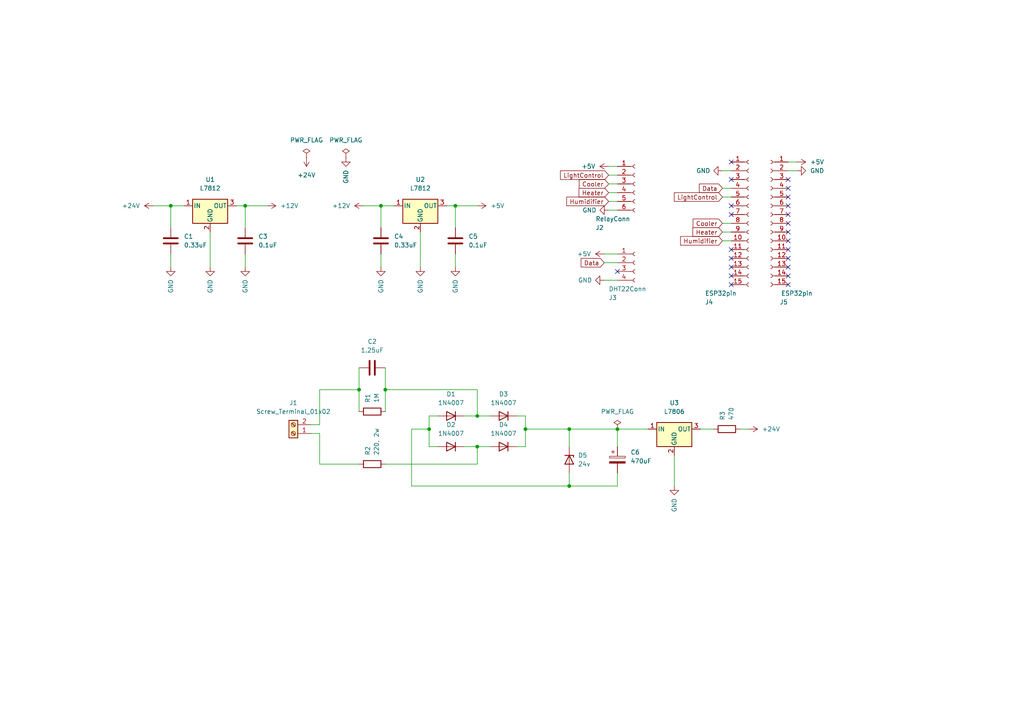
<source format=kicad_sch>
(kicad_sch (version 20211123) (generator eeschema)
  (paper "A4")
  (lib_symbols
    (symbol "Connector:Conn_01x04_Female" (pin_names (offset 1.016) hide)
      (property "Reference" "J" (at 0 5.08 0))
      (property "Value" "Conn_01x04_Female" (at 0 -7.62 0))
      (symbol "Conn_01x04_Female_1_1"
        (arc (start 0 -4.572) (mid -0.508 -5.08) (end 0 -5.588) (stroke (width 0.1524)))
        (arc (start 0 -2.032) (mid -0.508 -2.54) (end 0 -3.048) (stroke (width 0.1524)))
        (polyline (pts (xy -1.27 -5.08) (xy -0.508 -5.08)) (stroke (width 0.1524)))
        (polyline (pts (xy -1.27 -2.54) (xy -0.508 -2.54)) (stroke (width 0.1524)))
        (polyline (pts (xy -1.27 0) (xy -0.508 0)) (stroke (width 0.1524)))
        (polyline (pts (xy -1.27 2.54) (xy -0.508 2.54)) (stroke (width 0.1524)))
        (arc (start 0 0.508) (mid -0.508 0) (end 0 -0.508) (stroke (width 0.1524)))
        (arc (start 0 3.048) (mid -0.508 2.54) (end 0 2.032) (stroke (width 0.1524)))
        (pin passive line (at -5.08 2.54 0) (length 3.81) (name "Pin_1") (number "1"))
        (pin passive line (at -5.08 0 0) (length 3.81) (name "Pin_2") (number "2"))
        (pin passive line (at -5.08 -2.54 0) (length 3.81) (name "Pin_3") (number "3"))
        (pin passive line (at -5.08 -5.08 0) (length 3.81) (name "Pin_4") (number "4"))
      )
    )
    (symbol "Connector:Conn_01x06_Female" (pin_names (offset 1.016) hide)
      (property "Reference" "J" (at 0 7.62 0))
      (property "Value" "Conn_01x06_Female" (at 0 -10.16 0))
      (symbol "Conn_01x06_Female_1_1"
        (arc (start 0 -7.112) (mid -0.508 -7.62) (end 0 -8.128) (stroke (width 0.1524)))
        (arc (start 0 -4.572) (mid -0.508 -5.08) (end 0 -5.588) (stroke (width 0.1524)))
        (arc (start 0 -2.032) (mid -0.508 -2.54) (end 0 -3.048) (stroke (width 0.1524)))
        (polyline (pts (xy -1.27 -7.62) (xy -0.508 -7.62)) (stroke (width 0.1524)))
        (polyline (pts (xy -1.27 -5.08) (xy -0.508 -5.08)) (stroke (width 0.1524)))
        (polyline (pts (xy -1.27 -2.54) (xy -0.508 -2.54)) (stroke (width 0.1524)))
        (polyline (pts (xy -1.27 0) (xy -0.508 0)) (stroke (width 0.1524)))
        (polyline (pts (xy -1.27 2.54) (xy -0.508 2.54)) (stroke (width 0.1524)))
        (polyline (pts (xy -1.27 5.08) (xy -0.508 5.08)) (stroke (width 0.1524)))
        (arc (start 0 0.508) (mid -0.508 0) (end 0 -0.508) (stroke (width 0.1524)))
        (arc (start 0 3.048) (mid -0.508 2.54) (end 0 2.032) (stroke (width 0.1524)))
        (arc (start 0 5.588) (mid -0.508 5.08) (end 0 4.572) (stroke (width 0.1524)))
        (pin passive line (at -5.08 5.08 0) (length 3.81) (name "Pin_1") (number "1"))
        (pin passive line (at -5.08 2.54 0) (length 3.81) (name "Pin_2") (number "2"))
        (pin passive line (at -5.08 0 0) (length 3.81) (name "Pin_3") (number "3"))
        (pin passive line (at -5.08 -2.54 0) (length 3.81) (name "Pin_4") (number "4"))
        (pin passive line (at -5.08 -5.08 0) (length 3.81) (name "Pin_5") (number "5"))
        (pin passive line (at -5.08 -7.62 0) (length 3.81) (name "Pin_6") (number "6"))
      )
    )
    (symbol "Connector:Conn_01x15_Female" (pin_names (offset 1.016) hide)
      (property "Reference" "J" (at 0 20.32 0))
      (property "Value" "Conn_01x15_Female" (at 0 -20.32 0))
      (symbol "Conn_01x15_Female_1_1"
        (arc (start 0 -17.272) (mid -0.508 -17.78) (end 0 -18.288) (stroke (width 0.1524)))
        (arc (start 0 -14.732) (mid -0.508 -15.24) (end 0 -15.748) (stroke (width 0.1524)))
        (arc (start 0 -12.192) (mid -0.508 -12.7) (end 0 -13.208) (stroke (width 0.1524)))
        (arc (start 0 -9.652) (mid -0.508 -10.16) (end 0 -10.668) (stroke (width 0.1524)))
        (arc (start 0 -7.112) (mid -0.508 -7.62) (end 0 -8.128) (stroke (width 0.1524)))
        (arc (start 0 -4.572) (mid -0.508 -5.08) (end 0 -5.588) (stroke (width 0.1524)))
        (arc (start 0 -2.032) (mid -0.508 -2.54) (end 0 -3.048) (stroke (width 0.1524)))
        (polyline (pts (xy -1.27 -17.78) (xy -0.508 -17.78)) (stroke (width 0.1524)))
        (polyline (pts (xy -1.27 -15.24) (xy -0.508 -15.24)) (stroke (width 0.1524)))
        (polyline (pts (xy -1.27 -12.7) (xy -0.508 -12.7)) (stroke (width 0.1524)))
        (polyline (pts (xy -1.27 -10.16) (xy -0.508 -10.16)) (stroke (width 0.1524)))
        (polyline (pts (xy -1.27 -7.62) (xy -0.508 -7.62)) (stroke (width 0.1524)))
        (polyline (pts (xy -1.27 -5.08) (xy -0.508 -5.08)) (stroke (width 0.1524)))
        (polyline (pts (xy -1.27 -2.54) (xy -0.508 -2.54)) (stroke (width 0.1524)))
        (polyline (pts (xy -1.27 0) (xy -0.508 0)) (stroke (width 0.1524)))
        (polyline (pts (xy -1.27 2.54) (xy -0.508 2.54)) (stroke (width 0.1524)))
        (polyline (pts (xy -1.27 5.08) (xy -0.508 5.08)) (stroke (width 0.1524)))
        (polyline (pts (xy -1.27 7.62) (xy -0.508 7.62)) (stroke (width 0.1524)))
        (polyline (pts (xy -1.27 10.16) (xy -0.508 10.16)) (stroke (width 0.1524)))
        (polyline (pts (xy -1.27 12.7) (xy -0.508 12.7)) (stroke (width 0.1524)))
        (polyline (pts (xy -1.27 15.24) (xy -0.508 15.24)) (stroke (width 0.1524)))
        (polyline (pts (xy -1.27 17.78) (xy -0.508 17.78)) (stroke (width 0.1524)))
        (arc (start 0 0.508) (mid -0.508 0) (end 0 -0.508) (stroke (width 0.1524)))
        (arc (start 0 3.048) (mid -0.508 2.54) (end 0 2.032) (stroke (width 0.1524)))
        (arc (start 0 5.588) (mid -0.508 5.08) (end 0 4.572) (stroke (width 0.1524)))
        (arc (start 0 8.128) (mid -0.508 7.62) (end 0 7.112) (stroke (width 0.1524)))
        (arc (start 0 10.668) (mid -0.508 10.16) (end 0 9.652) (stroke (width 0.1524)))
        (arc (start 0 13.208) (mid -0.508 12.7) (end 0 12.192) (stroke (width 0.1524)))
        (arc (start 0 15.748) (mid -0.508 15.24) (end 0 14.732) (stroke (width 0.1524)))
        (arc (start 0 18.288) (mid -0.508 17.78) (end 0 17.272) (stroke (width 0.1524)))
        (pin passive line (at -5.08 17.78 0) (length 3.81) (name "Pin_1") (number "1"))
        (pin passive line (at -5.08 -5.08 0) (length 3.81) (name "Pin_10") (number "10"))
        (pin passive line (at -5.08 -7.62 0) (length 3.81) (name "Pin_11") (number "11"))
        (pin passive line (at -5.08 -10.16 0) (length 3.81) (name "Pin_12") (number "12"))
        (pin passive line (at -5.08 -12.7 0) (length 3.81) (name "Pin_13") (number "13"))
        (pin passive line (at -5.08 -15.24 0) (length 3.81) (name "Pin_14") (number "14"))
        (pin passive line (at -5.08 -17.78 0) (length 3.81) (name "Pin_15") (number "15"))
        (pin passive line (at -5.08 15.24 0) (length 3.81) (name "Pin_2") (number "2"))
        (pin passive line (at -5.08 12.7 0) (length 3.81) (name "Pin_3") (number "3"))
        (pin passive line (at -5.08 10.16 0) (length 3.81) (name "Pin_4") (number "4"))
        (pin passive line (at -5.08 7.62 0) (length 3.81) (name "Pin_5") (number "5"))
        (pin passive line (at -5.08 5.08 0) (length 3.81) (name "Pin_6") (number "6"))
        (pin passive line (at -5.08 2.54 0) (length 3.81) (name "Pin_7") (number "7"))
        (pin passive line (at -5.08 0 0) (length 3.81) (name "Pin_8") (number "8"))
        (pin passive line (at -5.08 -2.54 0) (length 3.81) (name "Pin_9") (number "9"))
      )
    )
    (symbol "Connector:Screw_Terminal_01x02" (pin_names (offset 1.016) hide)
      (property "Reference" "J" (at 0 2.54 0))
      (property "Value" "Screw_Terminal_01x02" (at 0 -5.08 0))
      (symbol "Screw_Terminal_01x02_1_1"
        (rectangle (start -1.27 1.27) (end 1.27 -3.81) (stroke (width 0.254)) (fill (type background)))
        (circle (center 0 -2.54) (radius 0.635) (stroke (width 0.1524)))
        (polyline (pts (xy -0.5334 -2.2098) (xy 0.3302 -3.048)) (stroke (width 0.1524)))
        (polyline (pts (xy -0.5334 0.3302) (xy 0.3302 -0.508)) (stroke (width 0.1524)))
        (polyline (pts (xy -0.3556 -2.032) (xy 0.508 -2.8702)) (stroke (width 0.1524)))
        (polyline (pts (xy -0.3556 0.508) (xy 0.508 -0.3302)) (stroke (width 0.1524)))
        (circle (center 0 0) (radius 0.635) (stroke (width 0.1524)))
        (pin passive line (at -5.08 0 0) (length 3.81) (name "Pin_1") (number "1"))
        (pin passive line (at -5.08 -2.54 0) (length 3.81) (name "Pin_2") (number "2"))
      )
    )
    (symbol "Device:C" (pin_numbers hide) (pin_names (offset 0.254))
      (property "Reference" "C" (at 0.635 2.54 0))
      (property "Value" "C" (at 0.635 -2.54 0))
      (symbol "C_0_1"
        (polyline (pts (xy -2.032 -0.762) (xy 2.032 -0.762)) (stroke (width 0.508)))
        (polyline (pts (xy -2.032 0.762) (xy 2.032 0.762)) (stroke (width 0.508)))
      )
      (symbol "C_1_1"
        (pin passive line (at 0 3.81 270) (length 2.794) (name "~") (number "1"))
        (pin passive line (at 0 -3.81 90) (length 2.794) (name "~") (number "2"))
      )
    )
    (symbol "Device:C_Polarized" (pin_numbers hide) (pin_names (offset 0.254))
      (property "Reference" "C" (at 0.635 2.54 0))
      (property "Value" "C_Polarized" (at 0.635 -2.54 0))
      (symbol "C_Polarized_0_1"
        (rectangle (start -2.286 0.508) (end 2.286 1.016))
        (polyline (pts (xy -1.778 2.286) (xy -0.762 2.286)))
        (polyline (pts (xy -1.27 2.794) (xy -1.27 1.778)))
        (rectangle (start 2.286 -0.508) (end -2.286 -1.016) (fill (type outline)))
      )
      (symbol "C_Polarized_1_1"
        (pin passive line (at 0 3.81 270) (length 2.794) (name "~") (number "1"))
        (pin passive line (at 0 -3.81 90) (length 2.794) (name "~") (number "2"))
      )
    )
    (symbol "Device:D_Zener" (pin_numbers hide) (pin_names (offset 1.016) hide)
      (property "Reference" "D" (at 0 2.54 0))
      (property "Value" "D_Zener" (at 0 -2.54 0))
      (symbol "D_Zener_0_1"
        (polyline (pts (xy 1.27 0) (xy -1.27 0)))
        (polyline (pts (xy -1.27 -1.27) (xy -1.27 1.27) (xy -0.762 1.27)) (stroke (width 0.254)))
        (polyline (pts (xy 1.27 -1.27) (xy 1.27 1.27) (xy -1.27 0) (xy 1.27 -1.27)) (stroke (width 0.254)))
      )
      (symbol "D_Zener_1_1"
        (pin passive line (at -3.81 0 0) (length 2.54) (name "K") (number "1"))
        (pin passive line (at 3.81 0 180) (length 2.54) (name "A") (number "2"))
      )
    )
    (symbol "Device:R" (pin_numbers hide) (pin_names (offset 0))
      (property "Reference" "R" (at 2.032 0 90))
      (property "Value" "R" (at 0 0 90))
      (symbol "R_0_1"
        (rectangle (start -1.016 -2.54) (end 1.016 2.54) (stroke (width 0.254)))
      )
      (symbol "R_1_1"
        (pin passive line (at 0 3.81 270) (length 1.27) (name "~") (number "1"))
        (pin passive line (at 0 -3.81 90) (length 1.27) (name "~") (number "2"))
      )
    )
    (symbol "Diode:1N4007" (pin_numbers hide) (pin_names (offset 1.016) hide)
      (property "Reference" "D" (at 0 2.54 0))
      (property "Value" "1N4007" (at 0 -2.54 0))
      (symbol "1N4007_0_1"
        (polyline (pts (xy -1.27 1.27) (xy -1.27 -1.27)) (stroke (width 0.254)))
        (polyline (pts (xy 1.27 0) (xy -1.27 0)))
        (polyline (pts (xy 1.27 1.27) (xy 1.27 -1.27) (xy -1.27 0) (xy 1.27 1.27)) (stroke (width 0.254)))
      )
      (symbol "1N4007_1_1"
        (pin passive line (at -3.81 0 0) (length 2.54) (name "K") (number "1"))
        (pin passive line (at 3.81 0 180) (length 2.54) (name "A") (number "2"))
      )
    )
    (symbol "Regulator_Linear:L7806" (pin_names (offset 0.254))
      (property "Reference" "U" (at -3.81 3.175 0))
      (property "Value" "L7806" (at 0 3.175 0))
      (symbol "L7806_0_1"
        (rectangle (start -5.08 1.905) (end 5.08 -5.08) (stroke (width 0.254)) (fill (type background)))
      )
      (symbol "L7806_1_1"
        (pin power_in line (at -7.62 0 0) (length 2.54) (name "IN") (number "1"))
        (pin power_in line (at 0 -7.62 90) (length 2.54) (name "GND") (number "2"))
        (pin power_out line (at 7.62 0 180) (length 2.54) (name "OUT") (number "3"))
      )
    )
    (symbol "Regulator_Linear:L7812" (pin_names (offset 0.254))
      (property "Reference" "U" (at -3.81 3.175 0))
      (property "Value" "L7812" (at 0 3.175 0))
      (symbol "L7812_0_1"
        (rectangle (start -5.08 1.905) (end 5.08 -5.08) (stroke (width 0.254)) (fill (type background)))
      )
      (symbol "L7812_1_1"
        (pin power_in line (at -7.62 0 0) (length 2.54) (name "IN") (number "1"))
        (pin power_in line (at 0 -7.62 90) (length 2.54) (name "GND") (number "2"))
        (pin power_out line (at 7.62 0 180) (length 2.54) (name "OUT") (number "3"))
      )
    )
    (symbol "power:+12V" (power) (pin_names (offset 0))
      (property "Value" "+12V" (at 0 3.556 0))
      (symbol "+12V_0_1"
        (polyline (pts (xy -0.762 1.27) (xy 0 2.54)))
        (polyline (pts (xy 0 0) (xy 0 2.54)))
        (polyline (pts (xy 0 2.54) (xy 0.762 1.27)))
      )
      (symbol "+12V_1_1"
        (pin power_in line (at 0 0 90) (length 0) hide (name "+12V") (number "1"))
      )
    )
    (symbol "power:+24V" (power) (pin_names (offset 0))
      (property "Value" "+24V" (at 0 3.556 0))
      (symbol "+24V_0_1"
        (polyline (pts (xy -0.762 1.27) (xy 0 2.54)))
        (polyline (pts (xy 0 0) (xy 0 2.54)))
        (polyline (pts (xy 0 2.54) (xy 0.762 1.27)))
      )
      (symbol "+24V_1_1"
        (pin power_in line (at 0 0 90) (length 0) hide (name "+24V") (number "1"))
      )
    )
    (symbol "power:+5V" (power) (pin_names (offset 0))
      (property "Value" "+5V" (at 0 3.556 0))
      (symbol "+5V_0_1"
        (polyline (pts (xy -0.762 1.27) (xy 0 2.54)))
        (polyline (pts (xy 0 0) (xy 0 2.54)))
        (polyline (pts (xy 0 2.54) (xy 0.762 1.27)))
      )
      (symbol "+5V_1_1"
        (pin power_in line (at 0 0 90) (length 0) hide (name "+5V") (number "1"))
      )
    )
    (symbol "power:GND" (power) (pin_names (offset 0))
      (property "Value" "GND" (at 0 -3.81 0))
      (symbol "GND_0_1"
        (polyline (pts (xy 0 0) (xy 0 -1.27) (xy 1.27 -1.27) (xy 0 -2.54) (xy -1.27 -1.27) (xy 0 -1.27)))
      )
      (symbol "GND_1_1"
        (pin power_in line (at 0 0 270) (length 0) hide (name "GND") (number "1"))
      )
    )
    (symbol "power:PWR_FLAG" (power) (pin_numbers hide) (pin_names (offset 0) hide)
      (property "Value" "PWR_FLAG" (at 0 3.81 0))
      (symbol "PWR_FLAG_0_0"
        (pin power_out line (at 0 0 90) (length 0) (name "pwr") (number "1"))
      )
      (symbol "PWR_FLAG_0_1"
        (polyline (pts (xy 0 0) (xy 0 1.27) (xy -1.016 1.905) (xy 0 2.54) (xy 1.016 1.905) (xy 0 1.27)))
      )
    )
  )
  (junction (at 124.46 124.46))
  (junction (at 71.12 59.69))
  (junction (at 138.43 129.54))
  (junction (at 138.43 120.65))
  (junction (at 165.1 124.46))
  (junction (at 104.14 113.03))
  (junction (at 110.49 59.69))
  (junction (at 165.1 140.97))
  (junction (at 179.07 124.46))
  (junction (at 152.4 124.46))
  (junction (at 49.53 59.69))
  (junction (at 111.76 113.03))
  (junction (at 132.08 59.69))
  (no_connect (at 179.07 78.74))
  (no_connect (at 212.09 52.07))
  (no_connect (at 212.09 46.99))
  (no_connect (at 212.09 59.69))
  (no_connect (at 212.09 62.23))
  (no_connect (at 212.09 74.93))
  (no_connect (at 212.09 72.39))
  (no_connect (at 212.09 82.55))
  (no_connect (at 212.09 77.47))
  (no_connect (at 212.09 80.01))
  (no_connect (at 228.6 69.85))
  (no_connect (at 228.6 59.69))
  (no_connect (at 228.6 67.31))
  (no_connect (at 228.6 62.23))
  (no_connect (at 228.6 64.77))
  (no_connect (at 228.6 54.61))
  (no_connect (at 228.6 57.15))
  (no_connect (at 228.6 52.07))
  (no_connect (at 228.6 72.39))
  (no_connect (at 228.6 74.93))
  (no_connect (at 228.6 82.55))
  (no_connect (at 228.6 77.47))
  (no_connect (at 228.6 80.01))
  (wire (pts (xy 175.26 76.2) (xy 179.07 76.2)))
  (wire (pts (xy 214.63 124.46) (xy 217.17 124.46)))
  (wire (pts (xy 127 120.65) (xy 124.46 120.65)))
  (wire (pts (xy 175.26 73.66) (xy 179.07 73.66)))
  (wire (pts (xy 119.38 140.97) (xy 165.1 140.97)))
  (wire (pts (xy 195.58 132.08) (xy 195.58 140.97)))
  (wire (pts (xy 209.55 64.77) (xy 212.09 64.77)))
  (wire (pts (xy 176.53 48.26) (xy 179.07 48.26)))
  (wire (pts (xy 165.1 140.97) (xy 179.07 140.97)))
  (wire (pts (xy 179.07 124.46) (xy 179.07 129.54)))
  (wire (pts (xy 110.49 59.69) (xy 114.3 59.69)))
  (wire (pts (xy 124.46 124.46) (xy 124.46 129.54)))
  (wire (pts (xy 228.6 46.99) (xy 231.14 46.99)))
  (wire (pts (xy 165.1 124.46) (xy 179.07 124.46)))
  (wire (pts (xy 138.43 120.65) (xy 142.24 120.65)))
  (wire (pts (xy 92.71 113.03) (xy 104.14 113.03)))
  (wire (pts (xy 104.14 106.68) (xy 104.14 113.03)))
  (wire (pts (xy 44.45 59.69) (xy 49.53 59.69)))
  (wire (pts (xy 152.4 124.46) (xy 152.4 129.54)))
  (wire (pts (xy 49.53 73.66) (xy 49.53 77.47)))
  (wire (pts (xy 175.26 81.28) (xy 179.07 81.28)))
  (wire (pts (xy 132.08 73.66) (xy 132.08 77.47)))
  (wire (pts (xy 71.12 59.69) (xy 77.47 59.69)))
  (wire (pts (xy 165.1 140.97) (xy 165.1 137.16)))
  (wire (pts (xy 176.53 53.34) (xy 179.07 53.34)))
  (wire (pts (xy 228.6 49.53) (xy 231.14 49.53)))
  (wire (pts (xy 111.76 106.68) (xy 111.76 113.03)))
  (wire (pts (xy 92.71 125.73) (xy 92.71 134.62)))
  (wire (pts (xy 165.1 124.46) (xy 165.1 129.54)))
  (wire (pts (xy 149.86 120.65) (xy 152.4 120.65)))
  (wire (pts (xy 90.17 123.19) (xy 92.71 123.19)))
  (wire (pts (xy 209.55 57.15) (xy 212.09 57.15)))
  (wire (pts (xy 176.53 55.88) (xy 179.07 55.88)))
  (wire (pts (xy 179.07 124.46) (xy 187.96 124.46)))
  (wire (pts (xy 71.12 59.69) (xy 71.12 66.04)))
  (wire (pts (xy 110.49 66.04) (xy 110.49 59.69)))
  (wire (pts (xy 209.55 54.61) (xy 212.09 54.61)))
  (wire (pts (xy 124.46 120.65) (xy 124.46 124.46)))
  (wire (pts (xy 176.53 50.8) (xy 179.07 50.8)))
  (wire (pts (xy 111.76 113.03) (xy 111.76 119.38)))
  (wire (pts (xy 71.12 73.66) (xy 71.12 77.47)))
  (wire (pts (xy 105.41 59.69) (xy 110.49 59.69)))
  (wire (pts (xy 60.96 67.31) (xy 60.96 77.47)))
  (wire (pts (xy 92.71 134.62) (xy 104.14 134.62)))
  (wire (pts (xy 209.55 67.31) (xy 212.09 67.31)))
  (wire (pts (xy 176.53 58.42) (xy 179.07 58.42)))
  (wire (pts (xy 138.43 113.03) (xy 138.43 120.65)))
  (wire (pts (xy 124.46 129.54) (xy 127 129.54)))
  (wire (pts (xy 138.43 129.54) (xy 142.24 129.54)))
  (wire (pts (xy 179.07 140.97) (xy 179.07 137.16)))
  (wire (pts (xy 134.62 129.54) (xy 138.43 129.54)))
  (wire (pts (xy 132.08 59.69) (xy 132.08 66.04)))
  (wire (pts (xy 119.38 124.46) (xy 119.38 140.97)))
  (wire (pts (xy 203.2 124.46) (xy 207.01 124.46)))
  (wire (pts (xy 111.76 113.03) (xy 138.43 113.03)))
  (wire (pts (xy 92.71 123.19) (xy 92.71 113.03)))
  (wire (pts (xy 152.4 124.46) (xy 165.1 124.46)))
  (wire (pts (xy 152.4 120.65) (xy 152.4 124.46)))
  (wire (pts (xy 176.53 60.96) (xy 179.07 60.96)))
  (wire (pts (xy 138.43 134.62) (xy 138.43 129.54)))
  (wire (pts (xy 134.62 120.65) (xy 138.43 120.65)))
  (wire (pts (xy 124.46 124.46) (xy 119.38 124.46)))
  (wire (pts (xy 104.14 113.03) (xy 104.14 119.38)))
  (wire (pts (xy 49.53 59.69) (xy 53.34 59.69)))
  (wire (pts (xy 110.49 73.66) (xy 110.49 77.47)))
  (wire (pts (xy 111.76 134.62) (xy 138.43 134.62)))
  (wire (pts (xy 121.92 67.31) (xy 121.92 77.47)))
  (wire (pts (xy 209.55 69.85) (xy 212.09 69.85)))
  (wire (pts (xy 68.58 59.69) (xy 71.12 59.69)))
  (wire (pts (xy 149.86 129.54) (xy 152.4 129.54)))
  (wire (pts (xy 90.17 125.73) (xy 92.71 125.73)))
  (wire (pts (xy 132.08 59.69) (xy 138.43 59.69)))
  (wire (pts (xy 209.55 49.53) (xy 212.09 49.53)))
  (wire (pts (xy 129.54 59.69) (xy 132.08 59.69)))
  (wire (pts (xy 49.53 66.04) (xy 49.53 59.69)))
  (global_label "Data" (shape input) (at 209.55 54.61 180) (property "Intersheet References" "${INTERSHEET_REFS}" (effects hide)))
  (global_label "Humidifier" (shape input) (at 209.55 69.85 180) (property "Intersheet References" "${INTERSHEET_REFS}" (effects hide)))
  (global_label "LightControl" (shape input) (at 176.53 50.8 180) (property "Intersheet References" "${INTERSHEET_REFS}" (effects hide)))
  (global_label "Heater" (shape input) (at 209.55 67.31 180) (property "Intersheet References" "${INTERSHEET_REFS}" (effects hide)))
  (global_label "Data" (shape input) (at 175.26 76.2 180) (property "Intersheet References" "${INTERSHEET_REFS}" (effects hide)))
  (global_label "Cooler" (shape input) (at 209.55 64.77 180) (property "Intersheet References" "${INTERSHEET_REFS}" (effects hide)))
  (global_label "Heater" (shape input) (at 176.53 55.88 180) (property "Intersheet References" "${INTERSHEET_REFS}" (effects hide)))
  (global_label "Cooler" (shape input) (at 176.53 53.34 180) (property "Intersheet References" "${INTERSHEET_REFS}" (effects hide)))
  (global_label "Humidifier" (shape input) (at 176.53 58.42 180) (property "Intersheet References" "${INTERSHEET_REFS}" (effects hide)))
  (global_label "LightControl" (shape input) (at 209.55 57.15 180) (property "Intersheet References" "${INTERSHEET_REFS}" (effects hide)))
  (symbol (lib_id "Device:C") (at 107.95 106.68 90) (unit 1)
    (property "Reference" "C2" (at 107.95 99.06 90))
    (property "Value" "1.25uF" (at 107.95 101.6 90))
    (property "Footprint" "Capacitor_THT:C_Disc_D16.0mm_W5.0mm_P10.00mm" (effects hide))
  )
  (symbol (lib_id "Connector:Screw_Terminal_01x02") (at 85.09 125.73 180) (unit 1)
    (property "Reference" "J1" (at 85.09 116.84 0))
    (property "Value" "Screw_Terminal_01x02" (at 85.09 119.38 0))
    (property "Footprint" "TerminalBlock_Altech:Altech_AK300_1x02_P5.00mm_45-Degree" (effects hide))
  )
  (symbol (lib_id "Diode:1N4007") (at 130.81 129.54 180) (unit 1)
    (property "Reference" "D2" (at 130.81 123.19 0))
    (property "Value" "1N4007" (at 130.81 125.73 0))
    (property "Footprint" "Diode_THT:D_DO-41_SOD81_P10.16mm_Horizontal" (effects hide))
    (property "Datasheet" "http://www.vishay.com/docs/88503/1n4001.pdf" (effects hide))
  )
  (symbol (lib_id "power:+12V") (at 77.47 59.69 270) (unit 1)
    (property "Reference" "#PWR05" (effects hide))
    (property "Value" "+12V" (at 81.28 59.6899 90) (effects (justify left)))
  )
  (symbol (lib_id "power:+12V") (at 105.41 59.69 90) (unit 1)
    (property "Reference" "#PWR06" (effects hide))
    (property "Value" "+12V" (at 101.6 59.6899 90) (effects (justify left)))
  )
  (symbol (lib_id "Connector:Conn_01x15_Female") (at 217.17 64.77 0) (unit 1)
    (property "Reference" "J4" (at 204.47 87.63 0) (effects (justify left)))
    (property "Value" "ESP32pin" (at 204.47 85.09 0) (effects (justify left)))
    (property "Footprint" "Connector_PinHeader_2.54mm:PinHeader_1x15_P2.54mm_Vertical" (effects hide))
  )
  (symbol (lib_id "power:+5V") (at 176.53 48.26 90) (unit 1)
    (property "Reference" "#PWR015" (effects hide))
    (property "Value" "+5V" (at 172.72 48.2599 90) (effects (justify left)))
  )
  (symbol (lib_id "power:GND") (at 60.96 77.47 0) (unit 1)
    (property "Reference" "#PWR03" (effects hide))
    (property "Value" "GND" (at 60.96 85.09 90) (effects (justify left)))
  )
  (symbol (lib_id "Regulator_Linear:L7812") (at 121.92 59.69 0) (unit 1)
    (property "Reference" "U2" (at 121.92 52.07 0))
    (property "Value" "L7812" (at 121.92 54.61 0))
    (property "Footprint" "Package_TO_SOT_THT:TO-262-3_Vertical" (effects hide))
    (property "Datasheet" "http://www.st.com/content/ccc/resource/technical/document/datasheet/41/4f/b3/b0/12/d4/47/88/CD00000444.pdf/files/CD00000444.pdf/jcr:content/translations/en.CD00000444.pdf" (effects hide))
  )
  (symbol (lib_id "Regulator_Linear:L7806") (at 195.58 124.46 0) (unit 1)
    (property "Reference" "U3" (at 195.58 116.84 0))
    (property "Value" "L7806" (at 195.58 119.38 0))
    (property "Footprint" "Package_TO_SOT_THT:TO-262-3_Vertical" (effects hide))
    (property "Datasheet" "http://www.st.com/content/ccc/resource/technical/document/datasheet/41/4f/b3/b0/12/d4/47/88/CD00000444.pdf/files/CD00000444.pdf/jcr:content/translations/en.CD00000444.pdf" (effects hide))
  )
  (symbol (lib_id "Device:R") (at 107.95 134.62 90) (unit 1)
    (property "Reference" "R2" (at 106.6799 132.08 0) (effects (justify left)))
    (property "Value" "220, 2w" (at 109.2199 132.08 0) (effects (justify left)))
    (property "Footprint" "Resistor_THT:R_Axial_DIN0411_L9.9mm_D3.6mm_P12.70mm_Horizontal" (effects hide))
  )
  (symbol (lib_id "power:+5V") (at 138.43 59.69 270) (unit 1)
    (property "Reference" "#PWR010" (effects hide))
    (property "Value" "+5V" (at 142.24 59.6899 90) (effects (justify left)))
  )
  (symbol (lib_id "power:GND") (at 110.49 77.47 0) (unit 1)
    (property "Reference" "#PWR07" (effects hide))
    (property "Value" "GND" (at 110.49 85.09 90) (effects (justify left)))
  )
  (symbol (lib_id "power:GND") (at 71.12 77.47 0) (unit 1)
    (property "Reference" "#PWR04" (effects hide))
    (property "Value" "GND" (at 71.12 85.09 90) (effects (justify left)))
  )
  (symbol (lib_id "Device:C_Polarized") (at 179.07 133.35 0) (unit 1)
    (property "Reference" "C6" (at 182.88 131.1909 0) (effects (justify left)))
    (property "Value" "470uF" (at 182.88 133.7309 0) (effects (justify left)))
    (property "Footprint" "Capacitor_THT:CP_Radial_D10.0mm_P5.00mm" (effects hide))
  )
  (symbol (lib_id "power:+5V") (at 175.26 73.66 90) (unit 1)
    (property "Reference" "#PWR013" (effects hide))
    (property "Value" "+5V" (at 171.45 73.6599 90) (effects (justify left)))
  )
  (symbol (lib_id "power:PWR_FLAG") (at 100.33 45.72 0) (unit 1)
    (property "Reference" "#FLG04" (effects hide))
    (property "Value" "PWR_FLAG" (at 100.33 40.64 0))
  )
  (symbol (lib_id "power:GND") (at 209.55 49.53 270) (unit 1)
    (property "Reference" "#PWR017" (effects hide))
    (property "Value" "GND" (at 201.93 49.53 90) (effects (justify left)))
  )
  (symbol (lib_id "power:+24V") (at 88.9 45.72 180) (unit 1)
    (property "Reference" "#PWR027" (effects hide))
    (property "Value" "+24V" (at 88.9 50.8 0))
  )
  (symbol (lib_id "power:+24V") (at 217.17 124.46 270) (unit 1)
    (property "Reference" "#PWR012" (effects hide))
    (property "Value" "+24V" (at 220.98 124.4599 90) (effects (justify left)))
  )
  (symbol (lib_id "Device:C") (at 49.53 69.85 0) (unit 1)
    (property "Reference" "C1" (at 53.34 68.5799 0) (effects (justify left)))
    (property "Value" "0.33uF" (at 53.34 71.1199 0) (effects (justify left)))
    (property "Footprint" "Capacitor_THT:CP_Radial_D8.0mm_P3.80mm" (effects hide))
  )
  (symbol (lib_id "Diode:1N4007") (at 130.81 120.65 180) (unit 1)
    (property "Reference" "D1" (at 130.81 114.3 0))
    (property "Value" "1N4007" (at 130.81 116.84 0))
    (property "Footprint" "Diode_THT:D_DO-41_SOD81_P10.16mm_Horizontal" (effects hide))
    (property "Datasheet" "http://www.vishay.com/docs/88503/1n4001.pdf" (effects hide))
  )
  (symbol (lib_id "power:+5V") (at 231.14 46.99 270) (unit 1)
    (property "Reference" "#PWR018" (effects hide))
    (property "Value" "+5V" (at 234.95 46.9899 90) (effects (justify left)))
  )
  (symbol (lib_id "power:GND") (at 175.26 81.28 270) (unit 1)
    (property "Reference" "#PWR014" (effects hide))
    (property "Value" "GND" (at 167.64 81.28 90) (effects (justify left)))
  )
  (symbol (lib_id "power:GND") (at 176.53 60.96 270) (unit 1)
    (property "Reference" "#PWR016" (effects hide))
    (property "Value" "GND" (at 168.91 60.96 90) (effects (justify left)))
  )
  (symbol (lib_id "Device:C") (at 71.12 69.85 0) (unit 1)
    (property "Reference" "C3" (at 74.93 68.5799 0) (effects (justify left)))
    (property "Value" "0.1uF" (at 74.93 71.1199 0) (effects (justify left)))
    (property "Footprint" "Capacitor_THT:CP_Radial_D10.0mm_P5.00mm" (effects hide))
  )
  (symbol (lib_id "Device:C") (at 132.08 69.85 0) (unit 1)
    (property "Reference" "C5" (at 135.89 68.5799 0) (effects (justify left)))
    (property "Value" "0.1uF" (at 135.89 71.1199 0) (effects (justify left)))
    (property "Footprint" "Capacitor_THT:CP_Radial_D10.0mm_P5.00mm" (effects hide))
  )
  (symbol (lib_id "power:PWR_FLAG") (at 179.07 124.46 0) (unit 1)
    (property "Reference" "#FLG01" (effects hide))
    (property "Value" "PWR_FLAG" (at 179.07 119.38 0))
  )
  (symbol (lib_id "Device:C") (at 110.49 69.85 0) (unit 1)
    (property "Reference" "C4" (at 114.3 68.5799 0) (effects (justify left)))
    (property "Value" "0.33uF" (at 114.3 71.1199 0) (effects (justify left)))
    (property "Footprint" "Capacitor_THT:CP_Radial_D10.0mm_P5.00mm" (effects hide))
  )
  (symbol (lib_id "power:PWR_FLAG") (at 88.9 45.72 0) (unit 1)
    (property "Reference" "#FLG02" (effects hide))
    (property "Value" "PWR_FLAG" (at 88.9 40.64 0))
  )
  (symbol (lib_id "power:GND") (at 231.14 49.53 90) (unit 1)
    (property "Reference" "#PWR019" (effects hide))
    (property "Value" "GND" (at 234.95 49.5299 90) (effects (justify right)))
  )
  (symbol (lib_id "Device:R") (at 210.82 124.46 90) (unit 1)
    (property "Reference" "R3" (at 209.5499 121.92 0) (effects (justify left)))
    (property "Value" "470" (at 212.0899 121.92 0) (effects (justify left)))
    (property "Footprint" "Resistor_THT:R_Axial_DIN0411_L9.9mm_D3.6mm_P12.70mm_Horizontal" (effects hide))
  )
  (symbol (lib_id "power:GND") (at 121.92 77.47 0) (unit 1)
    (property "Reference" "#PWR08" (effects hide))
    (property "Value" "GND" (at 121.92 85.09 90) (effects (justify left)))
  )
  (symbol (lib_id "power:GND") (at 100.33 45.72 0) (unit 1)
    (property "Reference" "#PWR029" (effects hide))
    (property "Value" "GND" (at 100.33 53.34 90) (effects (justify left)))
  )
  (symbol (lib_id "Connector:Conn_01x15_Female") (at 223.52 64.77 0) (mirror y) (unit 1)
    (property "Reference" "J5" (at 227.33 87.63 0))
    (property "Value" "ESP32pin" (at 231.14 85.09 0))
    (property "Footprint" "Connector_PinHeader_2.54mm:PinHeader_1x15_P2.54mm_Vertical" (effects hide))
  )
  (symbol (lib_id "Diode:1N4007") (at 146.05 129.54 180) (unit 1)
    (property "Reference" "D4" (at 146.05 123.19 0))
    (property "Value" "1N4007" (at 146.05 125.73 0))
    (property "Footprint" "Diode_THT:D_DO-41_SOD81_P10.16mm_Horizontal" (effects hide))
    (property "Datasheet" "http://www.vishay.com/docs/88503/1n4001.pdf" (effects hide))
  )
  (symbol (lib_id "Regulator_Linear:L7812") (at 60.96 59.69 0) (unit 1)
    (property "Reference" "U1" (at 60.96 52.07 0))
    (property "Value" "L7812" (at 60.96 54.61 0))
    (property "Footprint" "Package_TO_SOT_THT:TO-262-3_Vertical" (effects hide))
    (property "Datasheet" "http://www.st.com/content/ccc/resource/technical/document/datasheet/41/4f/b3/b0/12/d4/47/88/CD00000444.pdf/files/CD00000444.pdf/jcr:content/translations/en.CD00000444.pdf" (effects hide))
  )
  (symbol (lib_id "power:GND") (at 132.08 77.47 0) (unit 1)
    (property "Reference" "#PWR09" (effects hide))
    (property "Value" "GND" (at 132.08 85.09 90) (effects (justify left)))
  )
  (symbol (lib_id "Connector:Conn_01x06_Female") (at 184.15 53.34 0) (unit 1)
    (property "Reference" "J2" (at 172.72 66.04 0) (effects (justify left)))
    (property "Value" "RelayConn" (at 172.72 63.5 0) (effects (justify left)))
    (property "Footprint" "Connector_PinHeader_2.54mm:PinHeader_1x06_P2.54mm_Vertical" (effects hide))
  )
  (symbol (lib_id "power:GND") (at 49.53 77.47 0) (unit 1)
    (property "Reference" "#PWR02" (effects hide))
    (property "Value" "GND" (at 49.53 85.09 90) (effects (justify left)))
  )
  (symbol (lib_id "Device:R") (at 107.95 119.38 90) (unit 1)
    (property "Reference" "R1" (at 106.6799 116.84 0) (effects (justify left)))
    (property "Value" "1M" (at 109.2199 116.84 0) (effects (justify left)))
    (property "Footprint" "Resistor_THT:R_Axial_DIN0411_L9.9mm_D3.6mm_P12.70mm_Horizontal" (effects hide))
  )
  (symbol (lib_id "Device:D_Zener") (at 165.1 133.35 270) (unit 1)
    (property "Reference" "D5" (at 167.64 132.0799 90) (effects (justify left)))
    (property "Value" "24v" (at 167.64 134.6199 90) (effects (justify left)))
    (property "Footprint" "Diode_THT:D_DO-41_SOD81_P10.16mm_Horizontal" (effects hide))
  )
  (symbol (lib_id "Diode:1N4007") (at 146.05 120.65 180) (unit 1)
    (property "Reference" "D3" (at 146.05 114.3 0))
    (property "Value" "1N4007" (at 146.05 116.84 0))
    (property "Footprint" "Diode_THT:D_DO-41_SOD81_P10.16mm_Horizontal" (effects hide))
    (property "Datasheet" "http://www.vishay.com/docs/88503/1n4001.pdf" (effects hide))
  )
  (symbol (lib_id "power:+24V") (at 44.45 59.69 90) (unit 1)
    (property "Reference" "#PWR01" (effects hide))
    (property "Value" "+24V" (at 40.64 59.6899 90) (effects (justify left)))
  )
  (symbol (lib_id "Connector:Conn_01x04_Female") (at 184.15 76.2 0) (unit 1)
    (property "Reference" "J3" (at 176.53 86.36 0) (effects (justify left)))
    (property "Value" "DHT22Conn" (at 176.53 83.82 0) (effects (justify left)))
    (property "Footprint" "Connector_PinHeader_2.54mm:PinHeader_1x04_P2.54mm_Vertical" (effects hide))
  )
  (symbol (lib_id "power:GND") (at 195.58 140.97 0) (unit 1)
    (property "Reference" "#PWR011" (effects hide))
    (property "Value" "GND" (at 195.58 148.59 90) (effects (justify left)))
  )
)
</source>
